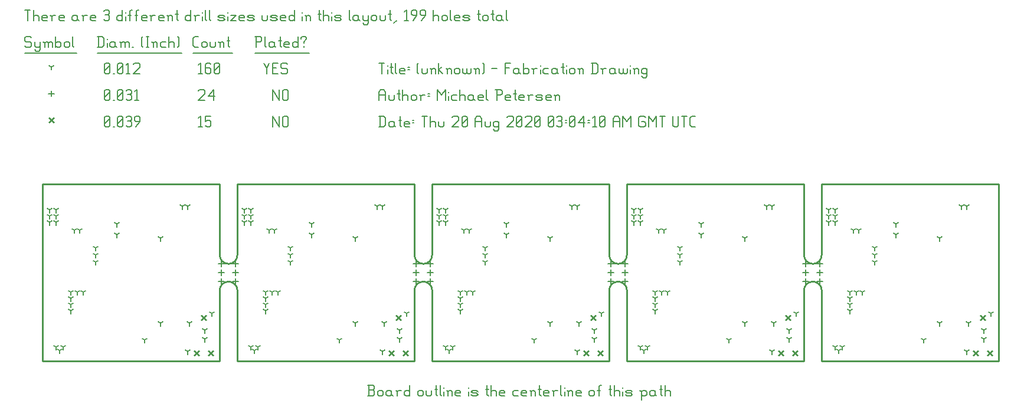
<source format=gbr>
G04 start of page 13 for group -3984 idx -3984 *
G04 Title: (unknown), fab *
G04 Creator: pcb 20140316 *
G04 CreationDate: Thu 20 Aug 2020 03:04:10 AM GMT UTC *
G04 For: railfan *
G04 Format: Gerber/RS-274X *
G04 PCB-Dimensions (mil): 5600.00 1200.00 *
G04 PCB-Coordinate-Origin: lower left *
%MOIN*%
%FSLAX25Y25*%
%LNFAB*%
%ADD72C,0.0100*%
%ADD71C,0.0075*%
%ADD70C,0.0060*%
%ADD69C,0.0001*%
G54D69*G36*
X99800Y36266D02*X102766Y33300D01*
X102200Y32734D01*
X99234Y35700D01*
X99800Y36266D01*
G37*
G36*
X99234Y33300D02*X102200Y36266D01*
X102766Y35700D01*
X99800Y32734D01*
X99234Y33300D01*
G37*
G36*
X103800Y16266D02*X106766Y13300D01*
X106200Y12734D01*
X103234Y15700D01*
X103800Y16266D01*
G37*
G36*
X103234Y13300D02*X106200Y16266D01*
X106766Y15700D01*
X103800Y12734D01*
X103234Y13300D01*
G37*
G36*
X95800Y16266D02*X98766Y13300D01*
X98200Y12734D01*
X95234Y15700D01*
X95800Y16266D01*
G37*
G36*
X95234Y13300D02*X98200Y16266D01*
X98766Y15700D01*
X95800Y12734D01*
X95234Y13300D01*
G37*
G36*
X209800Y36266D02*X212766Y33300D01*
X212200Y32734D01*
X209234Y35700D01*
X209800Y36266D01*
G37*
G36*
X209234Y33300D02*X212200Y36266D01*
X212766Y35700D01*
X209800Y32734D01*
X209234Y33300D01*
G37*
G36*
X213800Y16266D02*X216766Y13300D01*
X216200Y12734D01*
X213234Y15700D01*
X213800Y16266D01*
G37*
G36*
X213234Y13300D02*X216200Y16266D01*
X216766Y15700D01*
X213800Y12734D01*
X213234Y13300D01*
G37*
G36*
X205800Y16266D02*X208766Y13300D01*
X208200Y12734D01*
X205234Y15700D01*
X205800Y16266D01*
G37*
G36*
X205234Y13300D02*X208200Y16266D01*
X208766Y15700D01*
X205800Y12734D01*
X205234Y13300D01*
G37*
G36*
X319800Y36266D02*X322766Y33300D01*
X322200Y32734D01*
X319234Y35700D01*
X319800Y36266D01*
G37*
G36*
X319234Y33300D02*X322200Y36266D01*
X322766Y35700D01*
X319800Y32734D01*
X319234Y33300D01*
G37*
G36*
X323800Y16266D02*X326766Y13300D01*
X326200Y12734D01*
X323234Y15700D01*
X323800Y16266D01*
G37*
G36*
X323234Y13300D02*X326200Y16266D01*
X326766Y15700D01*
X323800Y12734D01*
X323234Y13300D01*
G37*
G36*
X315800Y16266D02*X318766Y13300D01*
X318200Y12734D01*
X315234Y15700D01*
X315800Y16266D01*
G37*
G36*
X315234Y13300D02*X318200Y16266D01*
X318766Y15700D01*
X315800Y12734D01*
X315234Y13300D01*
G37*
G36*
X429800Y36266D02*X432766Y33300D01*
X432200Y32734D01*
X429234Y35700D01*
X429800Y36266D01*
G37*
G36*
X429234Y33300D02*X432200Y36266D01*
X432766Y35700D01*
X429800Y32734D01*
X429234Y33300D01*
G37*
G36*
X433800Y16266D02*X436766Y13300D01*
X436200Y12734D01*
X433234Y15700D01*
X433800Y16266D01*
G37*
G36*
X433234Y13300D02*X436200Y16266D01*
X436766Y15700D01*
X433800Y12734D01*
X433234Y13300D01*
G37*
G36*
X425800Y16266D02*X428766Y13300D01*
X428200Y12734D01*
X425234Y15700D01*
X425800Y16266D01*
G37*
G36*
X425234Y13300D02*X428200Y16266D01*
X428766Y15700D01*
X425800Y12734D01*
X425234Y13300D01*
G37*
G36*
X539800Y36266D02*X542766Y33300D01*
X542200Y32734D01*
X539234Y35700D01*
X539800Y36266D01*
G37*
G36*
X539234Y33300D02*X542200Y36266D01*
X542766Y35700D01*
X539800Y32734D01*
X539234Y33300D01*
G37*
G36*
X543800Y16266D02*X546766Y13300D01*
X546200Y12734D01*
X543234Y15700D01*
X543800Y16266D01*
G37*
G36*
X543234Y13300D02*X546200Y16266D01*
X546766Y15700D01*
X543800Y12734D01*
X543234Y13300D01*
G37*
G36*
X535800Y16266D02*X538766Y13300D01*
X538200Y12734D01*
X535234Y15700D01*
X535800Y16266D01*
G37*
G36*
X535234Y13300D02*X538200Y16266D01*
X538766Y15700D01*
X535800Y12734D01*
X535234Y13300D01*
G37*
G36*
X13800Y148016D02*X16766Y145050D01*
X16200Y144484D01*
X13234Y147450D01*
X13800Y148016D01*
G37*
G36*
X13234Y145050D02*X16200Y148016D01*
X16766Y147450D01*
X13800Y144484D01*
X13234Y145050D01*
G37*
G54D70*X140000Y148500D02*Y142500D01*
Y148500D02*X143750Y142500D01*
Y148500D02*Y142500D01*
X145550Y147750D02*Y143250D01*
Y147750D02*X146300Y148500D01*
X147800D01*
X148550Y147750D01*
Y143250D01*
X147800Y142500D02*X148550Y143250D01*
X146300Y142500D02*X147800D01*
X145550Y143250D02*X146300Y142500D01*
X98000Y147300D02*X99200Y148500D01*
Y142500D01*
X98000D02*X100250D01*
X102050Y148500D02*X105050D01*
X102050D02*Y145500D01*
X102800Y146250D01*
X104300D01*
X105050Y145500D01*
Y143250D01*
X104300Y142500D02*X105050Y143250D01*
X102800Y142500D02*X104300D01*
X102050Y143250D02*X102800Y142500D01*
X45000Y143250D02*X45750Y142500D01*
X45000Y147750D02*Y143250D01*
Y147750D02*X45750Y148500D01*
X47250D01*
X48000Y147750D01*
Y143250D01*
X47250Y142500D02*X48000Y143250D01*
X45750Y142500D02*X47250D01*
X45000Y144000D02*X48000Y147000D01*
X49800Y142500D02*X50550D01*
X52350Y143250D02*X53100Y142500D01*
X52350Y147750D02*Y143250D01*
Y147750D02*X53100Y148500D01*
X54600D01*
X55350Y147750D01*
Y143250D01*
X54600Y142500D02*X55350Y143250D01*
X53100Y142500D02*X54600D01*
X52350Y144000D02*X55350Y147000D01*
X57150Y147750D02*X57900Y148500D01*
X59400D01*
X60150Y147750D01*
X59400Y142500D02*X60150Y143250D01*
X57900Y142500D02*X59400D01*
X57150Y143250D02*X57900Y142500D01*
Y145800D02*X59400D01*
X60150Y147750D02*Y146550D01*
Y145050D02*Y143250D01*
Y145050D02*X59400Y145800D01*
X60150Y146550D02*X59400Y145800D01*
X62700Y142500D02*X64950Y145500D01*
Y147750D02*Y145500D01*
X64200Y148500D02*X64950Y147750D01*
X62700Y148500D02*X64200D01*
X61950Y147750D02*X62700Y148500D01*
X61950Y147750D02*Y146250D01*
X62700Y145500D01*
X64950D01*
X119000Y66600D02*Y63400D01*
X117400Y65000D02*X120600D01*
X119000Y56600D02*Y53400D01*
X117400Y55000D02*X120600D01*
X119000Y61600D02*Y58400D01*
X117400Y60000D02*X120600D01*
X111000Y66600D02*Y63400D01*
X109400Y65000D02*X112600D01*
X111000Y61600D02*Y58400D01*
X109400Y60000D02*X112600D01*
X111000Y56600D02*Y53400D01*
X109400Y55000D02*X112600D01*
X229000Y66600D02*Y63400D01*
X227400Y65000D02*X230600D01*
X229000Y56600D02*Y53400D01*
X227400Y55000D02*X230600D01*
X229000Y61600D02*Y58400D01*
X227400Y60000D02*X230600D01*
X221000Y66600D02*Y63400D01*
X219400Y65000D02*X222600D01*
X221000Y61600D02*Y58400D01*
X219400Y60000D02*X222600D01*
X221000Y56600D02*Y53400D01*
X219400Y55000D02*X222600D01*
X339000Y66600D02*Y63400D01*
X337400Y65000D02*X340600D01*
X339000Y56600D02*Y53400D01*
X337400Y55000D02*X340600D01*
X339000Y61600D02*Y58400D01*
X337400Y60000D02*X340600D01*
X331000Y66600D02*Y63400D01*
X329400Y65000D02*X332600D01*
X331000Y61600D02*Y58400D01*
X329400Y60000D02*X332600D01*
X331000Y56600D02*Y53400D01*
X329400Y55000D02*X332600D01*
X449000Y66600D02*Y63400D01*
X447400Y65000D02*X450600D01*
X449000Y56600D02*Y53400D01*
X447400Y55000D02*X450600D01*
X449000Y61600D02*Y58400D01*
X447400Y60000D02*X450600D01*
X441000Y66600D02*Y63400D01*
X439400Y65000D02*X442600D01*
X441000Y61600D02*Y58400D01*
X439400Y60000D02*X442600D01*
X441000Y56600D02*Y53400D01*
X439400Y55000D02*X442600D01*
X15000Y162850D02*Y159650D01*
X13400Y161250D02*X16600D01*
X140000Y163500D02*Y157500D01*
Y163500D02*X143750Y157500D01*
Y163500D02*Y157500D01*
X145550Y162750D02*Y158250D01*
Y162750D02*X146300Y163500D01*
X147800D01*
X148550Y162750D01*
Y158250D01*
X147800Y157500D02*X148550Y158250D01*
X146300Y157500D02*X147800D01*
X145550Y158250D02*X146300Y157500D01*
X98000Y162750D02*X98750Y163500D01*
X101000D01*
X101750Y162750D01*
Y161250D01*
X98000Y157500D02*X101750Y161250D01*
X98000Y157500D02*X101750D01*
X103550Y159750D02*X106550Y163500D01*
X103550Y159750D02*X107300D01*
X106550Y163500D02*Y157500D01*
X45000Y158250D02*X45750Y157500D01*
X45000Y162750D02*Y158250D01*
Y162750D02*X45750Y163500D01*
X47250D01*
X48000Y162750D01*
Y158250D01*
X47250Y157500D02*X48000Y158250D01*
X45750Y157500D02*X47250D01*
X45000Y159000D02*X48000Y162000D01*
X49800Y157500D02*X50550D01*
X52350Y158250D02*X53100Y157500D01*
X52350Y162750D02*Y158250D01*
Y162750D02*X53100Y163500D01*
X54600D01*
X55350Y162750D01*
Y158250D01*
X54600Y157500D02*X55350Y158250D01*
X53100Y157500D02*X54600D01*
X52350Y159000D02*X55350Y162000D01*
X57150Y162750D02*X57900Y163500D01*
X59400D01*
X60150Y162750D01*
X59400Y157500D02*X60150Y158250D01*
X57900Y157500D02*X59400D01*
X57150Y158250D02*X57900Y157500D01*
Y160800D02*X59400D01*
X60150Y162750D02*Y161550D01*
Y160050D02*Y158250D01*
Y160050D02*X59400Y160800D01*
X60150Y161550D02*X59400Y160800D01*
X61950Y162300D02*X63150Y163500D01*
Y157500D01*
X61950D02*X64200D01*
X40000Y74000D02*Y72400D01*
Y74000D02*X41387Y74800D01*
X40000Y74000D02*X38613Y74800D01*
X40000Y70000D02*Y68400D01*
Y70000D02*X41387Y70800D01*
X40000Y70000D02*X38613Y70800D01*
X40000Y66000D02*Y64400D01*
Y66000D02*X41387Y66800D01*
X40000Y66000D02*X38613Y66800D01*
X33000Y49000D02*Y47400D01*
Y49000D02*X34387Y49800D01*
X33000Y49000D02*X31613Y49800D01*
X29500Y49000D02*Y47400D01*
Y49000D02*X30887Y49800D01*
X29500Y49000D02*X28113Y49800D01*
X26000Y49000D02*Y47400D01*
Y49000D02*X27387Y49800D01*
X26000Y49000D02*X24613Y49800D01*
X26000Y45500D02*Y43900D01*
Y45500D02*X27387Y46300D01*
X26000Y45500D02*X24613Y46300D01*
X26000Y42000D02*Y40400D01*
Y42000D02*X27387Y42800D01*
X26000Y42000D02*X24613Y42800D01*
X26000Y38500D02*Y36900D01*
Y38500D02*X27387Y39300D01*
X26000Y38500D02*X24613Y39300D01*
X52000Y81500D02*Y79900D01*
Y81500D02*X53387Y82300D01*
X52000Y81500D02*X50613Y82300D01*
X52000Y87500D02*Y85900D01*
Y87500D02*X53387Y88300D01*
X52000Y87500D02*X50613Y88300D01*
X21500Y18000D02*Y16400D01*
Y18000D02*X22887Y18800D01*
X21500Y18000D02*X20113Y18800D01*
X17500Y18000D02*Y16400D01*
Y18000D02*X18887Y18800D01*
X17500Y18000D02*X16113Y18800D01*
X19500Y16000D02*Y14400D01*
Y16000D02*X20887Y16800D01*
X19500Y16000D02*X18113Y16800D01*
X67500Y22000D02*Y20400D01*
Y22000D02*X68887Y22800D01*
X67500Y22000D02*X66113Y22800D01*
X105500Y37000D02*Y35400D01*
Y37000D02*X106887Y37800D01*
X105500Y37000D02*X104113Y37800D01*
X101500Y27500D02*Y25900D01*
Y27500D02*X102887Y28300D01*
X101500Y27500D02*X100113Y28300D01*
X93000Y31500D02*Y29900D01*
Y31500D02*X94387Y32300D01*
X93000Y31500D02*X91613Y32300D01*
X101500Y22500D02*Y20900D01*
Y22500D02*X102887Y23300D01*
X101500Y22500D02*X100113Y23300D01*
X92000Y15500D02*Y13900D01*
Y15500D02*X93387Y16300D01*
X92000Y15500D02*X90613Y16300D01*
X76500Y31500D02*Y29900D01*
Y31500D02*X77887Y32300D01*
X76500Y31500D02*X75113Y32300D01*
X28000Y84000D02*Y82400D01*
Y84000D02*X29387Y84800D01*
X28000Y84000D02*X26613Y84800D01*
X31000Y84000D02*Y82400D01*
Y84000D02*X32387Y84800D01*
X31000Y84000D02*X29613Y84800D01*
X14000Y95500D02*Y93900D01*
Y95500D02*X15387Y96300D01*
X14000Y95500D02*X12613Y96300D01*
X14000Y92000D02*Y90400D01*
Y92000D02*X15387Y92800D01*
X14000Y92000D02*X12613Y92800D01*
X14000Y88500D02*Y86900D01*
Y88500D02*X15387Y89300D01*
X14000Y88500D02*X12613Y89300D01*
X92000Y97500D02*Y95900D01*
Y97500D02*X93387Y98300D01*
X92000Y97500D02*X90613Y98300D01*
X89000Y97500D02*Y95900D01*
Y97500D02*X90387Y98300D01*
X89000Y97500D02*X87613Y98300D01*
X76500Y79500D02*Y77900D01*
Y79500D02*X77887Y80300D01*
X76500Y79500D02*X75113Y80300D01*
X17500Y95500D02*Y93900D01*
Y95500D02*X18887Y96300D01*
X17500Y95500D02*X16113Y96300D01*
X17500Y92000D02*Y90400D01*
Y92000D02*X18887Y92800D01*
X17500Y92000D02*X16113Y92800D01*
X17500Y88500D02*Y86900D01*
Y88500D02*X18887Y89300D01*
X17500Y88500D02*X16113Y89300D01*
X150000Y74000D02*Y72400D01*
Y74000D02*X151387Y74800D01*
X150000Y74000D02*X148613Y74800D01*
X150000Y70000D02*Y68400D01*
Y70000D02*X151387Y70800D01*
X150000Y70000D02*X148613Y70800D01*
X150000Y66000D02*Y64400D01*
Y66000D02*X151387Y66800D01*
X150000Y66000D02*X148613Y66800D01*
X143000Y49000D02*Y47400D01*
Y49000D02*X144387Y49800D01*
X143000Y49000D02*X141613Y49800D01*
X139500Y49000D02*Y47400D01*
Y49000D02*X140887Y49800D01*
X139500Y49000D02*X138113Y49800D01*
X136000Y49000D02*Y47400D01*
Y49000D02*X137387Y49800D01*
X136000Y49000D02*X134613Y49800D01*
X136000Y45500D02*Y43900D01*
Y45500D02*X137387Y46300D01*
X136000Y45500D02*X134613Y46300D01*
X136000Y42000D02*Y40400D01*
Y42000D02*X137387Y42800D01*
X136000Y42000D02*X134613Y42800D01*
X136000Y38500D02*Y36900D01*
Y38500D02*X137387Y39300D01*
X136000Y38500D02*X134613Y39300D01*
X162000Y81500D02*Y79900D01*
Y81500D02*X163387Y82300D01*
X162000Y81500D02*X160613Y82300D01*
X162000Y87500D02*Y85900D01*
Y87500D02*X163387Y88300D01*
X162000Y87500D02*X160613Y88300D01*
X131500Y18000D02*Y16400D01*
Y18000D02*X132887Y18800D01*
X131500Y18000D02*X130113Y18800D01*
X127500Y18000D02*Y16400D01*
Y18000D02*X128887Y18800D01*
X127500Y18000D02*X126113Y18800D01*
X129500Y16000D02*Y14400D01*
Y16000D02*X130887Y16800D01*
X129500Y16000D02*X128113Y16800D01*
X177500Y22000D02*Y20400D01*
Y22000D02*X178887Y22800D01*
X177500Y22000D02*X176113Y22800D01*
X215500Y37000D02*Y35400D01*
Y37000D02*X216887Y37800D01*
X215500Y37000D02*X214113Y37800D01*
X211500Y27500D02*Y25900D01*
Y27500D02*X212887Y28300D01*
X211500Y27500D02*X210113Y28300D01*
X203000Y31500D02*Y29900D01*
Y31500D02*X204387Y32300D01*
X203000Y31500D02*X201613Y32300D01*
X211500Y22500D02*Y20900D01*
Y22500D02*X212887Y23300D01*
X211500Y22500D02*X210113Y23300D01*
X202000Y15500D02*Y13900D01*
Y15500D02*X203387Y16300D01*
X202000Y15500D02*X200613Y16300D01*
X186500Y31500D02*Y29900D01*
Y31500D02*X187887Y32300D01*
X186500Y31500D02*X185113Y32300D01*
X138000Y84000D02*Y82400D01*
Y84000D02*X139387Y84800D01*
X138000Y84000D02*X136613Y84800D01*
X141000Y84000D02*Y82400D01*
Y84000D02*X142387Y84800D01*
X141000Y84000D02*X139613Y84800D01*
X124000Y95500D02*Y93900D01*
Y95500D02*X125387Y96300D01*
X124000Y95500D02*X122613Y96300D01*
X124000Y92000D02*Y90400D01*
Y92000D02*X125387Y92800D01*
X124000Y92000D02*X122613Y92800D01*
X124000Y88500D02*Y86900D01*
Y88500D02*X125387Y89300D01*
X124000Y88500D02*X122613Y89300D01*
X202000Y97500D02*Y95900D01*
Y97500D02*X203387Y98300D01*
X202000Y97500D02*X200613Y98300D01*
X199000Y97500D02*Y95900D01*
Y97500D02*X200387Y98300D01*
X199000Y97500D02*X197613Y98300D01*
X186500Y79500D02*Y77900D01*
Y79500D02*X187887Y80300D01*
X186500Y79500D02*X185113Y80300D01*
X127500Y95500D02*Y93900D01*
Y95500D02*X128887Y96300D01*
X127500Y95500D02*X126113Y96300D01*
X127500Y92000D02*Y90400D01*
Y92000D02*X128887Y92800D01*
X127500Y92000D02*X126113Y92800D01*
X127500Y88500D02*Y86900D01*
Y88500D02*X128887Y89300D01*
X127500Y88500D02*X126113Y89300D01*
X260000Y74000D02*Y72400D01*
Y74000D02*X261387Y74800D01*
X260000Y74000D02*X258613Y74800D01*
X260000Y70000D02*Y68400D01*
Y70000D02*X261387Y70800D01*
X260000Y70000D02*X258613Y70800D01*
X260000Y66000D02*Y64400D01*
Y66000D02*X261387Y66800D01*
X260000Y66000D02*X258613Y66800D01*
X253000Y49000D02*Y47400D01*
Y49000D02*X254387Y49800D01*
X253000Y49000D02*X251613Y49800D01*
X249500Y49000D02*Y47400D01*
Y49000D02*X250887Y49800D01*
X249500Y49000D02*X248113Y49800D01*
X246000Y49000D02*Y47400D01*
Y49000D02*X247387Y49800D01*
X246000Y49000D02*X244613Y49800D01*
X246000Y45500D02*Y43900D01*
Y45500D02*X247387Y46300D01*
X246000Y45500D02*X244613Y46300D01*
X246000Y42000D02*Y40400D01*
Y42000D02*X247387Y42800D01*
X246000Y42000D02*X244613Y42800D01*
X246000Y38500D02*Y36900D01*
Y38500D02*X247387Y39300D01*
X246000Y38500D02*X244613Y39300D01*
X272000Y81500D02*Y79900D01*
Y81500D02*X273387Y82300D01*
X272000Y81500D02*X270613Y82300D01*
X272000Y87500D02*Y85900D01*
Y87500D02*X273387Y88300D01*
X272000Y87500D02*X270613Y88300D01*
X241500Y18000D02*Y16400D01*
Y18000D02*X242887Y18800D01*
X241500Y18000D02*X240113Y18800D01*
X237500Y18000D02*Y16400D01*
Y18000D02*X238887Y18800D01*
X237500Y18000D02*X236113Y18800D01*
X239500Y16000D02*Y14400D01*
Y16000D02*X240887Y16800D01*
X239500Y16000D02*X238113Y16800D01*
X287500Y22000D02*Y20400D01*
Y22000D02*X288887Y22800D01*
X287500Y22000D02*X286113Y22800D01*
X325500Y37000D02*Y35400D01*
Y37000D02*X326887Y37800D01*
X325500Y37000D02*X324113Y37800D01*
X321500Y27500D02*Y25900D01*
Y27500D02*X322887Y28300D01*
X321500Y27500D02*X320113Y28300D01*
X313000Y31500D02*Y29900D01*
Y31500D02*X314387Y32300D01*
X313000Y31500D02*X311613Y32300D01*
X321500Y22500D02*Y20900D01*
Y22500D02*X322887Y23300D01*
X321500Y22500D02*X320113Y23300D01*
X312000Y15500D02*Y13900D01*
Y15500D02*X313387Y16300D01*
X312000Y15500D02*X310613Y16300D01*
X296500Y31500D02*Y29900D01*
Y31500D02*X297887Y32300D01*
X296500Y31500D02*X295113Y32300D01*
X248000Y84000D02*Y82400D01*
Y84000D02*X249387Y84800D01*
X248000Y84000D02*X246613Y84800D01*
X251000Y84000D02*Y82400D01*
Y84000D02*X252387Y84800D01*
X251000Y84000D02*X249613Y84800D01*
X234000Y95500D02*Y93900D01*
Y95500D02*X235387Y96300D01*
X234000Y95500D02*X232613Y96300D01*
X234000Y92000D02*Y90400D01*
Y92000D02*X235387Y92800D01*
X234000Y92000D02*X232613Y92800D01*
X234000Y88500D02*Y86900D01*
Y88500D02*X235387Y89300D01*
X234000Y88500D02*X232613Y89300D01*
X312000Y97500D02*Y95900D01*
Y97500D02*X313387Y98300D01*
X312000Y97500D02*X310613Y98300D01*
X309000Y97500D02*Y95900D01*
Y97500D02*X310387Y98300D01*
X309000Y97500D02*X307613Y98300D01*
X296500Y79500D02*Y77900D01*
Y79500D02*X297887Y80300D01*
X296500Y79500D02*X295113Y80300D01*
X237500Y95500D02*Y93900D01*
Y95500D02*X238887Y96300D01*
X237500Y95500D02*X236113Y96300D01*
X237500Y92000D02*Y90400D01*
Y92000D02*X238887Y92800D01*
X237500Y92000D02*X236113Y92800D01*
X237500Y88500D02*Y86900D01*
Y88500D02*X238887Y89300D01*
X237500Y88500D02*X236113Y89300D01*
X370000Y74000D02*Y72400D01*
Y74000D02*X371387Y74800D01*
X370000Y74000D02*X368613Y74800D01*
X370000Y70000D02*Y68400D01*
Y70000D02*X371387Y70800D01*
X370000Y70000D02*X368613Y70800D01*
X370000Y66000D02*Y64400D01*
Y66000D02*X371387Y66800D01*
X370000Y66000D02*X368613Y66800D01*
X363000Y49000D02*Y47400D01*
Y49000D02*X364387Y49800D01*
X363000Y49000D02*X361613Y49800D01*
X359500Y49000D02*Y47400D01*
Y49000D02*X360887Y49800D01*
X359500Y49000D02*X358113Y49800D01*
X356000Y49000D02*Y47400D01*
Y49000D02*X357387Y49800D01*
X356000Y49000D02*X354613Y49800D01*
X356000Y45500D02*Y43900D01*
Y45500D02*X357387Y46300D01*
X356000Y45500D02*X354613Y46300D01*
X356000Y42000D02*Y40400D01*
Y42000D02*X357387Y42800D01*
X356000Y42000D02*X354613Y42800D01*
X356000Y38500D02*Y36900D01*
Y38500D02*X357387Y39300D01*
X356000Y38500D02*X354613Y39300D01*
X382000Y81500D02*Y79900D01*
Y81500D02*X383387Y82300D01*
X382000Y81500D02*X380613Y82300D01*
X382000Y87500D02*Y85900D01*
Y87500D02*X383387Y88300D01*
X382000Y87500D02*X380613Y88300D01*
X351500Y18000D02*Y16400D01*
Y18000D02*X352887Y18800D01*
X351500Y18000D02*X350113Y18800D01*
X347500Y18000D02*Y16400D01*
Y18000D02*X348887Y18800D01*
X347500Y18000D02*X346113Y18800D01*
X349500Y16000D02*Y14400D01*
Y16000D02*X350887Y16800D01*
X349500Y16000D02*X348113Y16800D01*
X397500Y22000D02*Y20400D01*
Y22000D02*X398887Y22800D01*
X397500Y22000D02*X396113Y22800D01*
X435500Y37000D02*Y35400D01*
Y37000D02*X436887Y37800D01*
X435500Y37000D02*X434113Y37800D01*
X431500Y27500D02*Y25900D01*
Y27500D02*X432887Y28300D01*
X431500Y27500D02*X430113Y28300D01*
X423000Y31500D02*Y29900D01*
Y31500D02*X424387Y32300D01*
X423000Y31500D02*X421613Y32300D01*
X431500Y22500D02*Y20900D01*
Y22500D02*X432887Y23300D01*
X431500Y22500D02*X430113Y23300D01*
X422000Y15500D02*Y13900D01*
Y15500D02*X423387Y16300D01*
X422000Y15500D02*X420613Y16300D01*
X406500Y31500D02*Y29900D01*
Y31500D02*X407887Y32300D01*
X406500Y31500D02*X405113Y32300D01*
X358000Y84000D02*Y82400D01*
Y84000D02*X359387Y84800D01*
X358000Y84000D02*X356613Y84800D01*
X361000Y84000D02*Y82400D01*
Y84000D02*X362387Y84800D01*
X361000Y84000D02*X359613Y84800D01*
X344000Y95500D02*Y93900D01*
Y95500D02*X345387Y96300D01*
X344000Y95500D02*X342613Y96300D01*
X344000Y92000D02*Y90400D01*
Y92000D02*X345387Y92800D01*
X344000Y92000D02*X342613Y92800D01*
X344000Y88500D02*Y86900D01*
Y88500D02*X345387Y89300D01*
X344000Y88500D02*X342613Y89300D01*
X422000Y97500D02*Y95900D01*
Y97500D02*X423387Y98300D01*
X422000Y97500D02*X420613Y98300D01*
X419000Y97500D02*Y95900D01*
Y97500D02*X420387Y98300D01*
X419000Y97500D02*X417613Y98300D01*
X406500Y79500D02*Y77900D01*
Y79500D02*X407887Y80300D01*
X406500Y79500D02*X405113Y80300D01*
X347500Y95500D02*Y93900D01*
Y95500D02*X348887Y96300D01*
X347500Y95500D02*X346113Y96300D01*
X347500Y92000D02*Y90400D01*
Y92000D02*X348887Y92800D01*
X347500Y92000D02*X346113Y92800D01*
X347500Y88500D02*Y86900D01*
Y88500D02*X348887Y89300D01*
X347500Y88500D02*X346113Y89300D01*
X480000Y74000D02*Y72400D01*
Y74000D02*X481387Y74800D01*
X480000Y74000D02*X478613Y74800D01*
X480000Y70000D02*Y68400D01*
Y70000D02*X481387Y70800D01*
X480000Y70000D02*X478613Y70800D01*
X480000Y66000D02*Y64400D01*
Y66000D02*X481387Y66800D01*
X480000Y66000D02*X478613Y66800D01*
X473000Y49000D02*Y47400D01*
Y49000D02*X474387Y49800D01*
X473000Y49000D02*X471613Y49800D01*
X469500Y49000D02*Y47400D01*
Y49000D02*X470887Y49800D01*
X469500Y49000D02*X468113Y49800D01*
X466000Y49000D02*Y47400D01*
Y49000D02*X467387Y49800D01*
X466000Y49000D02*X464613Y49800D01*
X466000Y45500D02*Y43900D01*
Y45500D02*X467387Y46300D01*
X466000Y45500D02*X464613Y46300D01*
X466000Y42000D02*Y40400D01*
Y42000D02*X467387Y42800D01*
X466000Y42000D02*X464613Y42800D01*
X466000Y38500D02*Y36900D01*
Y38500D02*X467387Y39300D01*
X466000Y38500D02*X464613Y39300D01*
X492000Y81500D02*Y79900D01*
Y81500D02*X493387Y82300D01*
X492000Y81500D02*X490613Y82300D01*
X492000Y87500D02*Y85900D01*
Y87500D02*X493387Y88300D01*
X492000Y87500D02*X490613Y88300D01*
X461500Y18000D02*Y16400D01*
Y18000D02*X462887Y18800D01*
X461500Y18000D02*X460113Y18800D01*
X457500Y18000D02*Y16400D01*
Y18000D02*X458887Y18800D01*
X457500Y18000D02*X456113Y18800D01*
X459500Y16000D02*Y14400D01*
Y16000D02*X460887Y16800D01*
X459500Y16000D02*X458113Y16800D01*
X507500Y22000D02*Y20400D01*
Y22000D02*X508887Y22800D01*
X507500Y22000D02*X506113Y22800D01*
X545500Y37000D02*Y35400D01*
Y37000D02*X546887Y37800D01*
X545500Y37000D02*X544113Y37800D01*
X541500Y27500D02*Y25900D01*
Y27500D02*X542887Y28300D01*
X541500Y27500D02*X540113Y28300D01*
X533000Y31500D02*Y29900D01*
Y31500D02*X534387Y32300D01*
X533000Y31500D02*X531613Y32300D01*
X541500Y22500D02*Y20900D01*
Y22500D02*X542887Y23300D01*
X541500Y22500D02*X540113Y23300D01*
X532000Y15500D02*Y13900D01*
Y15500D02*X533387Y16300D01*
X532000Y15500D02*X530613Y16300D01*
X516500Y31500D02*Y29900D01*
Y31500D02*X517887Y32300D01*
X516500Y31500D02*X515113Y32300D01*
X468000Y84000D02*Y82400D01*
Y84000D02*X469387Y84800D01*
X468000Y84000D02*X466613Y84800D01*
X471000Y84000D02*Y82400D01*
Y84000D02*X472387Y84800D01*
X471000Y84000D02*X469613Y84800D01*
X454000Y95500D02*Y93900D01*
Y95500D02*X455387Y96300D01*
X454000Y95500D02*X452613Y96300D01*
X454000Y92000D02*Y90400D01*
Y92000D02*X455387Y92800D01*
X454000Y92000D02*X452613Y92800D01*
X454000Y88500D02*Y86900D01*
Y88500D02*X455387Y89300D01*
X454000Y88500D02*X452613Y89300D01*
X532000Y97500D02*Y95900D01*
Y97500D02*X533387Y98300D01*
X532000Y97500D02*X530613Y98300D01*
X529000Y97500D02*Y95900D01*
Y97500D02*X530387Y98300D01*
X529000Y97500D02*X527613Y98300D01*
X516500Y79500D02*Y77900D01*
Y79500D02*X517887Y80300D01*
X516500Y79500D02*X515113Y80300D01*
X457500Y95500D02*Y93900D01*
Y95500D02*X458887Y96300D01*
X457500Y95500D02*X456113Y96300D01*
X457500Y92000D02*Y90400D01*
Y92000D02*X458887Y92800D01*
X457500Y92000D02*X456113Y92800D01*
X457500Y88500D02*Y86900D01*
Y88500D02*X458887Y89300D01*
X457500Y88500D02*X456113Y89300D01*
X15000Y176250D02*Y174650D01*
Y176250D02*X16387Y177050D01*
X15000Y176250D02*X13613Y177050D01*
X135000Y178500D02*X136500Y175500D01*
X138000Y178500D01*
X136500Y175500D02*Y172500D01*
X139800Y175800D02*X142050D01*
X139800Y172500D02*X142800D01*
X139800Y178500D02*Y172500D01*
Y178500D02*X142800D01*
X147600D02*X148350Y177750D01*
X145350Y178500D02*X147600D01*
X144600Y177750D02*X145350Y178500D01*
X144600Y177750D02*Y176250D01*
X145350Y175500D01*
X147600D01*
X148350Y174750D01*
Y173250D01*
X147600Y172500D02*X148350Y173250D01*
X145350Y172500D02*X147600D01*
X144600Y173250D02*X145350Y172500D01*
X98000Y177300D02*X99200Y178500D01*
Y172500D01*
X98000D02*X100250D01*
X104300Y178500D02*X105050Y177750D01*
X102800Y178500D02*X104300D01*
X102050Y177750D02*X102800Y178500D01*
X102050Y177750D02*Y173250D01*
X102800Y172500D01*
X104300Y175800D02*X105050Y175050D01*
X102050Y175800D02*X104300D01*
X102800Y172500D02*X104300D01*
X105050Y173250D01*
Y175050D02*Y173250D01*
X106850D02*X107600Y172500D01*
X106850Y177750D02*Y173250D01*
Y177750D02*X107600Y178500D01*
X109100D01*
X109850Y177750D01*
Y173250D01*
X109100Y172500D02*X109850Y173250D01*
X107600Y172500D02*X109100D01*
X106850Y174000D02*X109850Y177000D01*
X45000Y173250D02*X45750Y172500D01*
X45000Y177750D02*Y173250D01*
Y177750D02*X45750Y178500D01*
X47250D01*
X48000Y177750D01*
Y173250D01*
X47250Y172500D02*X48000Y173250D01*
X45750Y172500D02*X47250D01*
X45000Y174000D02*X48000Y177000D01*
X49800Y172500D02*X50550D01*
X52350Y173250D02*X53100Y172500D01*
X52350Y177750D02*Y173250D01*
Y177750D02*X53100Y178500D01*
X54600D01*
X55350Y177750D01*
Y173250D01*
X54600Y172500D02*X55350Y173250D01*
X53100Y172500D02*X54600D01*
X52350Y174000D02*X55350Y177000D01*
X57150Y177300D02*X58350Y178500D01*
Y172500D01*
X57150D02*X59400D01*
X61200Y177750D02*X61950Y178500D01*
X64200D01*
X64950Y177750D01*
Y176250D01*
X61200Y172500D02*X64950Y176250D01*
X61200Y172500D02*X64950D01*
X3000Y193500D02*X3750Y192750D01*
X750Y193500D02*X3000D01*
X0Y192750D02*X750Y193500D01*
X0Y192750D02*Y191250D01*
X750Y190500D01*
X3000D01*
X3750Y189750D01*
Y188250D01*
X3000Y187500D02*X3750Y188250D01*
X750Y187500D02*X3000D01*
X0Y188250D02*X750Y187500D01*
X5550Y190500D02*Y188250D01*
X6300Y187500D01*
X8550Y190500D02*Y186000D01*
X7800Y185250D02*X8550Y186000D01*
X6300Y185250D02*X7800D01*
X5550Y186000D02*X6300Y185250D01*
Y187500D02*X7800D01*
X8550Y188250D01*
X11100Y189750D02*Y187500D01*
Y189750D02*X11850Y190500D01*
X12600D01*
X13350Y189750D01*
Y187500D01*
Y189750D02*X14100Y190500D01*
X14850D01*
X15600Y189750D01*
Y187500D01*
X10350Y190500D02*X11100Y189750D01*
X17400Y193500D02*Y187500D01*
Y188250D02*X18150Y187500D01*
X19650D01*
X20400Y188250D01*
Y189750D02*Y188250D01*
X19650Y190500D02*X20400Y189750D01*
X18150Y190500D02*X19650D01*
X17400Y189750D02*X18150Y190500D01*
X22200Y189750D02*Y188250D01*
Y189750D02*X22950Y190500D01*
X24450D01*
X25200Y189750D01*
Y188250D01*
X24450Y187500D02*X25200Y188250D01*
X22950Y187500D02*X24450D01*
X22200Y188250D02*X22950Y187500D01*
X27000Y193500D02*Y188250D01*
X27750Y187500D01*
X0Y184250D02*X29250D01*
X41750Y193500D02*Y187500D01*
X43700Y193500D02*X44750Y192450D01*
Y188550D01*
X43700Y187500D02*X44750Y188550D01*
X41000Y187500D02*X43700D01*
X41000Y193500D02*X43700D01*
G54D71*X46550Y192000D02*Y191850D01*
G54D70*Y189750D02*Y187500D01*
X50300Y190500D02*X51050Y189750D01*
X48800Y190500D02*X50300D01*
X48050Y189750D02*X48800Y190500D01*
X48050Y189750D02*Y188250D01*
X48800Y187500D01*
X51050Y190500D02*Y188250D01*
X51800Y187500D01*
X48800D02*X50300D01*
X51050Y188250D01*
X54350Y189750D02*Y187500D01*
Y189750D02*X55100Y190500D01*
X55850D01*
X56600Y189750D01*
Y187500D01*
Y189750D02*X57350Y190500D01*
X58100D01*
X58850Y189750D01*
Y187500D01*
X53600Y190500D02*X54350Y189750D01*
X60650Y187500D02*X61400D01*
X65900Y188250D02*X66650Y187500D01*
X65900Y192750D02*X66650Y193500D01*
X65900Y192750D02*Y188250D01*
X68450Y193500D02*X69950D01*
X69200D02*Y187500D01*
X68450D02*X69950D01*
X72500Y189750D02*Y187500D01*
Y189750D02*X73250Y190500D01*
X74000D01*
X74750Y189750D01*
Y187500D01*
X71750Y190500D02*X72500Y189750D01*
X77300Y190500D02*X79550D01*
X76550Y189750D02*X77300Y190500D01*
X76550Y189750D02*Y188250D01*
X77300Y187500D01*
X79550D01*
X81350Y193500D02*Y187500D01*
Y189750D02*X82100Y190500D01*
X83600D01*
X84350Y189750D01*
Y187500D01*
X86150Y193500D02*X86900Y192750D01*
Y188250D01*
X86150Y187500D02*X86900Y188250D01*
X41000Y184250D02*X88700D01*
X96050Y187500D02*X98000D01*
X95000Y188550D02*X96050Y187500D01*
X95000Y192450D02*Y188550D01*
Y192450D02*X96050Y193500D01*
X98000D01*
X99800Y189750D02*Y188250D01*
Y189750D02*X100550Y190500D01*
X102050D01*
X102800Y189750D01*
Y188250D01*
X102050Y187500D02*X102800Y188250D01*
X100550Y187500D02*X102050D01*
X99800Y188250D02*X100550Y187500D01*
X104600Y190500D02*Y188250D01*
X105350Y187500D01*
X106850D01*
X107600Y188250D01*
Y190500D02*Y188250D01*
X110150Y189750D02*Y187500D01*
Y189750D02*X110900Y190500D01*
X111650D01*
X112400Y189750D01*
Y187500D01*
X109400Y190500D02*X110150Y189750D01*
X114950Y193500D02*Y188250D01*
X115700Y187500D01*
X114200Y191250D02*X115700D01*
X95000Y184250D02*X117200D01*
X130750Y193500D02*Y187500D01*
X130000Y193500D02*X133000D01*
X133750Y192750D01*
Y191250D01*
X133000Y190500D02*X133750Y191250D01*
X130750Y190500D02*X133000D01*
X135550Y193500D02*Y188250D01*
X136300Y187500D01*
X140050Y190500D02*X140800Y189750D01*
X138550Y190500D02*X140050D01*
X137800Y189750D02*X138550Y190500D01*
X137800Y189750D02*Y188250D01*
X138550Y187500D01*
X140800Y190500D02*Y188250D01*
X141550Y187500D01*
X138550D02*X140050D01*
X140800Y188250D01*
X144100Y193500D02*Y188250D01*
X144850Y187500D01*
X143350Y191250D02*X144850D01*
X147100Y187500D02*X149350D01*
X146350Y188250D02*X147100Y187500D01*
X146350Y189750D02*Y188250D01*
Y189750D02*X147100Y190500D01*
X148600D01*
X149350Y189750D01*
X146350Y189000D02*X149350D01*
Y189750D02*Y189000D01*
X154150Y193500D02*Y187500D01*
X153400D02*X154150Y188250D01*
X151900Y187500D02*X153400D01*
X151150Y188250D02*X151900Y187500D01*
X151150Y189750D02*Y188250D01*
Y189750D02*X151900Y190500D01*
X153400D01*
X154150Y189750D01*
X157450Y190500D02*Y189750D01*
Y188250D02*Y187500D01*
X155950Y192750D02*Y192000D01*
Y192750D02*X156700Y193500D01*
X158200D01*
X158950Y192750D01*
Y192000D01*
X157450Y190500D02*X158950Y192000D01*
X130000Y184250D02*X160750D01*
X0Y208500D02*X3000D01*
X1500D02*Y202500D01*
X4800Y208500D02*Y202500D01*
Y204750D02*X5550Y205500D01*
X7050D01*
X7800Y204750D01*
Y202500D01*
X10350D02*X12600D01*
X9600Y203250D02*X10350Y202500D01*
X9600Y204750D02*Y203250D01*
Y204750D02*X10350Y205500D01*
X11850D01*
X12600Y204750D01*
X9600Y204000D02*X12600D01*
Y204750D02*Y204000D01*
X15150Y204750D02*Y202500D01*
Y204750D02*X15900Y205500D01*
X17400D01*
X14400D02*X15150Y204750D01*
X19950Y202500D02*X22200D01*
X19200Y203250D02*X19950Y202500D01*
X19200Y204750D02*Y203250D01*
Y204750D02*X19950Y205500D01*
X21450D01*
X22200Y204750D01*
X19200Y204000D02*X22200D01*
Y204750D02*Y204000D01*
X28950Y205500D02*X29700Y204750D01*
X27450Y205500D02*X28950D01*
X26700Y204750D02*X27450Y205500D01*
X26700Y204750D02*Y203250D01*
X27450Y202500D01*
X29700Y205500D02*Y203250D01*
X30450Y202500D01*
X27450D02*X28950D01*
X29700Y203250D01*
X33000Y204750D02*Y202500D01*
Y204750D02*X33750Y205500D01*
X35250D01*
X32250D02*X33000Y204750D01*
X37800Y202500D02*X40050D01*
X37050Y203250D02*X37800Y202500D01*
X37050Y204750D02*Y203250D01*
Y204750D02*X37800Y205500D01*
X39300D01*
X40050Y204750D01*
X37050Y204000D02*X40050D01*
Y204750D02*Y204000D01*
X44550Y207750D02*X45300Y208500D01*
X46800D01*
X47550Y207750D01*
X46800Y202500D02*X47550Y203250D01*
X45300Y202500D02*X46800D01*
X44550Y203250D02*X45300Y202500D01*
Y205800D02*X46800D01*
X47550Y207750D02*Y206550D01*
Y205050D02*Y203250D01*
Y205050D02*X46800Y205800D01*
X47550Y206550D02*X46800Y205800D01*
X55050Y208500D02*Y202500D01*
X54300D02*X55050Y203250D01*
X52800Y202500D02*X54300D01*
X52050Y203250D02*X52800Y202500D01*
X52050Y204750D02*Y203250D01*
Y204750D02*X52800Y205500D01*
X54300D01*
X55050Y204750D01*
G54D71*X56850Y207000D02*Y206850D01*
G54D70*Y204750D02*Y202500D01*
X59100Y207750D02*Y202500D01*
Y207750D02*X59850Y208500D01*
X60600D01*
X58350Y205500D02*X59850D01*
X62850Y207750D02*Y202500D01*
Y207750D02*X63600Y208500D01*
X64350D01*
X62100Y205500D02*X63600D01*
X66600Y202500D02*X68850D01*
X65850Y203250D02*X66600Y202500D01*
X65850Y204750D02*Y203250D01*
Y204750D02*X66600Y205500D01*
X68100D01*
X68850Y204750D01*
X65850Y204000D02*X68850D01*
Y204750D02*Y204000D01*
X71400Y204750D02*Y202500D01*
Y204750D02*X72150Y205500D01*
X73650D01*
X70650D02*X71400Y204750D01*
X76200Y202500D02*X78450D01*
X75450Y203250D02*X76200Y202500D01*
X75450Y204750D02*Y203250D01*
Y204750D02*X76200Y205500D01*
X77700D01*
X78450Y204750D01*
X75450Y204000D02*X78450D01*
Y204750D02*Y204000D01*
X81000Y204750D02*Y202500D01*
Y204750D02*X81750Y205500D01*
X82500D01*
X83250Y204750D01*
Y202500D01*
X80250Y205500D02*X81000Y204750D01*
X85800Y208500D02*Y203250D01*
X86550Y202500D01*
X85050Y206250D02*X86550D01*
X93750Y208500D02*Y202500D01*
X93000D02*X93750Y203250D01*
X91500Y202500D02*X93000D01*
X90750Y203250D02*X91500Y202500D01*
X90750Y204750D02*Y203250D01*
Y204750D02*X91500Y205500D01*
X93000D01*
X93750Y204750D01*
X96300D02*Y202500D01*
Y204750D02*X97050Y205500D01*
X98550D01*
X95550D02*X96300Y204750D01*
G54D71*X100350Y207000D02*Y206850D01*
G54D70*Y204750D02*Y202500D01*
X101850Y208500D02*Y203250D01*
X102600Y202500D01*
X104100Y208500D02*Y203250D01*
X104850Y202500D01*
X109800D02*X112050D01*
X112800Y203250D01*
X112050Y204000D02*X112800Y203250D01*
X109800Y204000D02*X112050D01*
X109050Y204750D02*X109800Y204000D01*
X109050Y204750D02*X109800Y205500D01*
X112050D01*
X112800Y204750D01*
X109050Y203250D02*X109800Y202500D01*
G54D71*X114600Y207000D02*Y206850D01*
G54D70*Y204750D02*Y202500D01*
X116100Y205500D02*X119100D01*
X116100Y202500D02*X119100Y205500D01*
X116100Y202500D02*X119100D01*
X121650D02*X123900D01*
X120900Y203250D02*X121650Y202500D01*
X120900Y204750D02*Y203250D01*
Y204750D02*X121650Y205500D01*
X123150D01*
X123900Y204750D01*
X120900Y204000D02*X123900D01*
Y204750D02*Y204000D01*
X126450Y202500D02*X128700D01*
X129450Y203250D01*
X128700Y204000D02*X129450Y203250D01*
X126450Y204000D02*X128700D01*
X125700Y204750D02*X126450Y204000D01*
X125700Y204750D02*X126450Y205500D01*
X128700D01*
X129450Y204750D01*
X125700Y203250D02*X126450Y202500D01*
X133950Y205500D02*Y203250D01*
X134700Y202500D01*
X136200D01*
X136950Y203250D01*
Y205500D02*Y203250D01*
X139500Y202500D02*X141750D01*
X142500Y203250D01*
X141750Y204000D02*X142500Y203250D01*
X139500Y204000D02*X141750D01*
X138750Y204750D02*X139500Y204000D01*
X138750Y204750D02*X139500Y205500D01*
X141750D01*
X142500Y204750D01*
X138750Y203250D02*X139500Y202500D01*
X145050D02*X147300D01*
X144300Y203250D02*X145050Y202500D01*
X144300Y204750D02*Y203250D01*
Y204750D02*X145050Y205500D01*
X146550D01*
X147300Y204750D01*
X144300Y204000D02*X147300D01*
Y204750D02*Y204000D01*
X152100Y208500D02*Y202500D01*
X151350D02*X152100Y203250D01*
X149850Y202500D02*X151350D01*
X149100Y203250D02*X149850Y202500D01*
X149100Y204750D02*Y203250D01*
Y204750D02*X149850Y205500D01*
X151350D01*
X152100Y204750D01*
G54D71*X156600Y207000D02*Y206850D01*
G54D70*Y204750D02*Y202500D01*
X158850Y204750D02*Y202500D01*
Y204750D02*X159600Y205500D01*
X160350D01*
X161100Y204750D01*
Y202500D01*
X158100Y205500D02*X158850Y204750D01*
X166350Y208500D02*Y203250D01*
X167100Y202500D01*
X165600Y206250D02*X167100D01*
X168600Y208500D02*Y202500D01*
Y204750D02*X169350Y205500D01*
X170850D01*
X171600Y204750D01*
Y202500D01*
G54D71*X173400Y207000D02*Y206850D01*
G54D70*Y204750D02*Y202500D01*
X175650D02*X177900D01*
X178650Y203250D01*
X177900Y204000D02*X178650Y203250D01*
X175650Y204000D02*X177900D01*
X174900Y204750D02*X175650Y204000D01*
X174900Y204750D02*X175650Y205500D01*
X177900D01*
X178650Y204750D01*
X174900Y203250D02*X175650Y202500D01*
X183150Y208500D02*Y203250D01*
X183900Y202500D01*
X187650Y205500D02*X188400Y204750D01*
X186150Y205500D02*X187650D01*
X185400Y204750D02*X186150Y205500D01*
X185400Y204750D02*Y203250D01*
X186150Y202500D01*
X188400Y205500D02*Y203250D01*
X189150Y202500D01*
X186150D02*X187650D01*
X188400Y203250D01*
X190950Y205500D02*Y203250D01*
X191700Y202500D01*
X193950Y205500D02*Y201000D01*
X193200Y200250D02*X193950Y201000D01*
X191700Y200250D02*X193200D01*
X190950Y201000D02*X191700Y200250D01*
Y202500D02*X193200D01*
X193950Y203250D01*
X195750Y204750D02*Y203250D01*
Y204750D02*X196500Y205500D01*
X198000D01*
X198750Y204750D01*
Y203250D01*
X198000Y202500D02*X198750Y203250D01*
X196500Y202500D02*X198000D01*
X195750Y203250D02*X196500Y202500D01*
X200550Y205500D02*Y203250D01*
X201300Y202500D01*
X202800D01*
X203550Y203250D01*
Y205500D02*Y203250D01*
X206100Y208500D02*Y203250D01*
X206850Y202500D01*
X205350Y206250D02*X206850D01*
X208350Y201000D02*X209850Y202500D01*
X214350Y207300D02*X215550Y208500D01*
Y202500D01*
X214350D02*X216600D01*
X219150D02*X221400Y205500D01*
Y207750D02*Y205500D01*
X220650Y208500D02*X221400Y207750D01*
X219150Y208500D02*X220650D01*
X218400Y207750D02*X219150Y208500D01*
X218400Y207750D02*Y206250D01*
X219150Y205500D01*
X221400D01*
X223950Y202500D02*X226200Y205500D01*
Y207750D02*Y205500D01*
X225450Y208500D02*X226200Y207750D01*
X223950Y208500D02*X225450D01*
X223200Y207750D02*X223950Y208500D01*
X223200Y207750D02*Y206250D01*
X223950Y205500D01*
X226200D01*
X230700Y208500D02*Y202500D01*
Y204750D02*X231450Y205500D01*
X232950D01*
X233700Y204750D01*
Y202500D01*
X235500Y204750D02*Y203250D01*
Y204750D02*X236250Y205500D01*
X237750D01*
X238500Y204750D01*
Y203250D01*
X237750Y202500D02*X238500Y203250D01*
X236250Y202500D02*X237750D01*
X235500Y203250D02*X236250Y202500D01*
X240300Y208500D02*Y203250D01*
X241050Y202500D01*
X243300D02*X245550D01*
X242550Y203250D02*X243300Y202500D01*
X242550Y204750D02*Y203250D01*
Y204750D02*X243300Y205500D01*
X244800D01*
X245550Y204750D01*
X242550Y204000D02*X245550D01*
Y204750D02*Y204000D01*
X248100Y202500D02*X250350D01*
X251100Y203250D01*
X250350Y204000D02*X251100Y203250D01*
X248100Y204000D02*X250350D01*
X247350Y204750D02*X248100Y204000D01*
X247350Y204750D02*X248100Y205500D01*
X250350D01*
X251100Y204750D01*
X247350Y203250D02*X248100Y202500D01*
X256350Y208500D02*Y203250D01*
X257100Y202500D01*
X255600Y206250D02*X257100D01*
X258600Y204750D02*Y203250D01*
Y204750D02*X259350Y205500D01*
X260850D01*
X261600Y204750D01*
Y203250D01*
X260850Y202500D02*X261600Y203250D01*
X259350Y202500D02*X260850D01*
X258600Y203250D02*X259350Y202500D01*
X264150Y208500D02*Y203250D01*
X264900Y202500D01*
X263400Y206250D02*X264900D01*
X268650Y205500D02*X269400Y204750D01*
X267150Y205500D02*X268650D01*
X266400Y204750D02*X267150Y205500D01*
X266400Y204750D02*Y203250D01*
X267150Y202500D01*
X269400Y205500D02*Y203250D01*
X270150Y202500D01*
X267150D02*X268650D01*
X269400Y203250D01*
X271950Y208500D02*Y203250D01*
X272700Y202500D01*
G54D72*X10000Y110000D02*X110000D01*
Y10000D02*X10000D01*
Y110000D01*
X110000D02*Y70000D01*
Y50000D02*Y10000D01*
X120000Y110000D02*Y70000D01*
Y50000D02*Y10000D01*
Y110000D02*X220000D01*
Y10000D02*X120000D01*
X220000Y110000D02*Y70000D01*
Y50000D02*Y10000D01*
X230000Y110000D02*Y70000D01*
Y50000D02*Y10000D01*
Y110000D02*X330000D01*
Y10000D02*X230000D01*
X330000Y110000D02*Y70000D01*
Y50000D02*Y10000D01*
X340000Y110000D02*Y70000D01*
Y50000D02*Y10000D01*
Y110000D02*X440000D01*
Y10000D02*X340000D01*
X440000Y110000D02*Y70000D01*
Y50000D02*Y10000D01*
X450000Y110000D02*Y70000D01*
Y50000D02*Y10000D01*
Y110000D02*X550000D01*
Y10000D02*X450000D01*
X550000Y110000D02*Y10000D01*
X115000Y55000D02*G75*G03X110000Y50000I0J-5000D01*G01*
X115000Y55000D02*G75*G02X120000Y50000I0J-5000D01*G01*
X115000Y65000D02*G75*G02X110000Y70000I0J5000D01*G01*
X115000Y65000D02*G75*G03X120000Y70000I0J5000D01*G01*
X225000Y55000D02*G75*G03X220000Y50000I0J-5000D01*G01*
X225000Y55000D02*G75*G02X230000Y50000I0J-5000D01*G01*
X225000Y65000D02*G75*G02X220000Y70000I0J5000D01*G01*
X225000Y65000D02*G75*G03X230000Y70000I0J5000D01*G01*
X335000Y55000D02*G75*G03X330000Y50000I0J-5000D01*G01*
X335000Y55000D02*G75*G02X340000Y50000I0J-5000D01*G01*
X335000Y65000D02*G75*G02X330000Y70000I0J5000D01*G01*
X335000Y65000D02*G75*G03X340000Y70000I0J5000D01*G01*
X445000Y55000D02*G75*G03X440000Y50000I0J-5000D01*G01*
X445000Y55000D02*G75*G02X450000Y50000I0J-5000D01*G01*
X445000Y65000D02*G75*G02X440000Y70000I0J5000D01*G01*
X445000Y65000D02*G75*G03X450000Y70000I0J5000D01*G01*
G54D70*X193675Y-9500D02*X196675D01*
X197425Y-8750D01*
Y-6950D02*Y-8750D01*
X196675Y-6200D02*X197425Y-6950D01*
X194425Y-6200D02*X196675D01*
X194425Y-3500D02*Y-9500D01*
X193675Y-3500D02*X196675D01*
X197425Y-4250D01*
Y-5450D01*
X196675Y-6200D02*X197425Y-5450D01*
X199225Y-7250D02*Y-8750D01*
Y-7250D02*X199975Y-6500D01*
X201475D01*
X202225Y-7250D01*
Y-8750D01*
X201475Y-9500D02*X202225Y-8750D01*
X199975Y-9500D02*X201475D01*
X199225Y-8750D02*X199975Y-9500D01*
X206275Y-6500D02*X207025Y-7250D01*
X204775Y-6500D02*X206275D01*
X204025Y-7250D02*X204775Y-6500D01*
X204025Y-7250D02*Y-8750D01*
X204775Y-9500D01*
X207025Y-6500D02*Y-8750D01*
X207775Y-9500D01*
X204775D02*X206275D01*
X207025Y-8750D01*
X210325Y-7250D02*Y-9500D01*
Y-7250D02*X211075Y-6500D01*
X212575D01*
X209575D02*X210325Y-7250D01*
X217375Y-3500D02*Y-9500D01*
X216625D02*X217375Y-8750D01*
X215125Y-9500D02*X216625D01*
X214375Y-8750D02*X215125Y-9500D01*
X214375Y-7250D02*Y-8750D01*
Y-7250D02*X215125Y-6500D01*
X216625D01*
X217375Y-7250D01*
X221875D02*Y-8750D01*
Y-7250D02*X222625Y-6500D01*
X224125D01*
X224875Y-7250D01*
Y-8750D01*
X224125Y-9500D02*X224875Y-8750D01*
X222625Y-9500D02*X224125D01*
X221875Y-8750D02*X222625Y-9500D01*
X226675Y-6500D02*Y-8750D01*
X227425Y-9500D01*
X228925D01*
X229675Y-8750D01*
Y-6500D02*Y-8750D01*
X232225Y-3500D02*Y-8750D01*
X232975Y-9500D01*
X231475Y-5750D02*X232975D01*
X234475Y-3500D02*Y-8750D01*
X235225Y-9500D01*
G54D71*X236725Y-5000D02*Y-5150D01*
G54D70*Y-7250D02*Y-9500D01*
X238975Y-7250D02*Y-9500D01*
Y-7250D02*X239725Y-6500D01*
X240475D01*
X241225Y-7250D01*
Y-9500D01*
X238225Y-6500D02*X238975Y-7250D01*
X243775Y-9500D02*X246025D01*
X243025Y-8750D02*X243775Y-9500D01*
X243025Y-7250D02*Y-8750D01*
Y-7250D02*X243775Y-6500D01*
X245275D01*
X246025Y-7250D01*
X243025Y-8000D02*X246025D01*
Y-7250D02*Y-8000D01*
G54D71*X250525Y-5000D02*Y-5150D01*
G54D70*Y-7250D02*Y-9500D01*
X252775D02*X255025D01*
X255775Y-8750D01*
X255025Y-8000D02*X255775Y-8750D01*
X252775Y-8000D02*X255025D01*
X252025Y-7250D02*X252775Y-8000D01*
X252025Y-7250D02*X252775Y-6500D01*
X255025D01*
X255775Y-7250D01*
X252025Y-8750D02*X252775Y-9500D01*
X261025Y-3500D02*Y-8750D01*
X261775Y-9500D01*
X260275Y-5750D02*X261775D01*
X263275Y-3500D02*Y-9500D01*
Y-7250D02*X264025Y-6500D01*
X265525D01*
X266275Y-7250D01*
Y-9500D01*
X268825D02*X271075D01*
X268075Y-8750D02*X268825Y-9500D01*
X268075Y-7250D02*Y-8750D01*
Y-7250D02*X268825Y-6500D01*
X270325D01*
X271075Y-7250D01*
X268075Y-8000D02*X271075D01*
Y-7250D02*Y-8000D01*
X276325Y-6500D02*X278575D01*
X275575Y-7250D02*X276325Y-6500D01*
X275575Y-7250D02*Y-8750D01*
X276325Y-9500D01*
X278575D01*
X281125D02*X283375D01*
X280375Y-8750D02*X281125Y-9500D01*
X280375Y-7250D02*Y-8750D01*
Y-7250D02*X281125Y-6500D01*
X282625D01*
X283375Y-7250D01*
X280375Y-8000D02*X283375D01*
Y-7250D02*Y-8000D01*
X285925Y-7250D02*Y-9500D01*
Y-7250D02*X286675Y-6500D01*
X287425D01*
X288175Y-7250D01*
Y-9500D01*
X285175Y-6500D02*X285925Y-7250D01*
X290725Y-3500D02*Y-8750D01*
X291475Y-9500D01*
X289975Y-5750D02*X291475D01*
X293725Y-9500D02*X295975D01*
X292975Y-8750D02*X293725Y-9500D01*
X292975Y-7250D02*Y-8750D01*
Y-7250D02*X293725Y-6500D01*
X295225D01*
X295975Y-7250D01*
X292975Y-8000D02*X295975D01*
Y-7250D02*Y-8000D01*
X298525Y-7250D02*Y-9500D01*
Y-7250D02*X299275Y-6500D01*
X300775D01*
X297775D02*X298525Y-7250D01*
X302575Y-3500D02*Y-8750D01*
X303325Y-9500D01*
G54D71*X304825Y-5000D02*Y-5150D01*
G54D70*Y-7250D02*Y-9500D01*
X307075Y-7250D02*Y-9500D01*
Y-7250D02*X307825Y-6500D01*
X308575D01*
X309325Y-7250D01*
Y-9500D01*
X306325Y-6500D02*X307075Y-7250D01*
X311875Y-9500D02*X314125D01*
X311125Y-8750D02*X311875Y-9500D01*
X311125Y-7250D02*Y-8750D01*
Y-7250D02*X311875Y-6500D01*
X313375D01*
X314125Y-7250D01*
X311125Y-8000D02*X314125D01*
Y-7250D02*Y-8000D01*
X318625Y-7250D02*Y-8750D01*
Y-7250D02*X319375Y-6500D01*
X320875D01*
X321625Y-7250D01*
Y-8750D01*
X320875Y-9500D02*X321625Y-8750D01*
X319375Y-9500D02*X320875D01*
X318625Y-8750D02*X319375Y-9500D01*
X324175Y-4250D02*Y-9500D01*
Y-4250D02*X324925Y-3500D01*
X325675D01*
X323425Y-6500D02*X324925D01*
X330625Y-3500D02*Y-8750D01*
X331375Y-9500D01*
X329875Y-5750D02*X331375D01*
X332875Y-3500D02*Y-9500D01*
Y-7250D02*X333625Y-6500D01*
X335125D01*
X335875Y-7250D01*
Y-9500D01*
G54D71*X337675Y-5000D02*Y-5150D01*
G54D70*Y-7250D02*Y-9500D01*
X339925D02*X342175D01*
X342925Y-8750D01*
X342175Y-8000D02*X342925Y-8750D01*
X339925Y-8000D02*X342175D01*
X339175Y-7250D02*X339925Y-8000D01*
X339175Y-7250D02*X339925Y-6500D01*
X342175D01*
X342925Y-7250D01*
X339175Y-8750D02*X339925Y-9500D01*
X348175Y-7250D02*Y-11750D01*
X347425Y-6500D02*X348175Y-7250D01*
X348925Y-6500D01*
X350425D01*
X351175Y-7250D01*
Y-8750D01*
X350425Y-9500D02*X351175Y-8750D01*
X348925Y-9500D02*X350425D01*
X348175Y-8750D02*X348925Y-9500D01*
X355225Y-6500D02*X355975Y-7250D01*
X353725Y-6500D02*X355225D01*
X352975Y-7250D02*X353725Y-6500D01*
X352975Y-7250D02*Y-8750D01*
X353725Y-9500D01*
X355975Y-6500D02*Y-8750D01*
X356725Y-9500D01*
X353725D02*X355225D01*
X355975Y-8750D01*
X359275Y-3500D02*Y-8750D01*
X360025Y-9500D01*
X358525Y-5750D02*X360025D01*
X361525Y-3500D02*Y-9500D01*
Y-7250D02*X362275Y-6500D01*
X363775D01*
X364525Y-7250D01*
Y-9500D01*
X200750Y148500D02*Y142500D01*
X202700Y148500D02*X203750Y147450D01*
Y143550D01*
X202700Y142500D02*X203750Y143550D01*
X200000Y142500D02*X202700D01*
X200000Y148500D02*X202700D01*
X207800Y145500D02*X208550Y144750D01*
X206300Y145500D02*X207800D01*
X205550Y144750D02*X206300Y145500D01*
X205550Y144750D02*Y143250D01*
X206300Y142500D01*
X208550Y145500D02*Y143250D01*
X209300Y142500D01*
X206300D02*X207800D01*
X208550Y143250D01*
X211850Y148500D02*Y143250D01*
X212600Y142500D01*
X211100Y146250D02*X212600D01*
X214850Y142500D02*X217100D01*
X214100Y143250D02*X214850Y142500D01*
X214100Y144750D02*Y143250D01*
Y144750D02*X214850Y145500D01*
X216350D01*
X217100Y144750D01*
X214100Y144000D02*X217100D01*
Y144750D02*Y144000D01*
X218900Y146250D02*X219650D01*
X218900Y144750D02*X219650D01*
X224150Y148500D02*X227150D01*
X225650D02*Y142500D01*
X228950Y148500D02*Y142500D01*
Y144750D02*X229700Y145500D01*
X231200D01*
X231950Y144750D01*
Y142500D01*
X233750Y145500D02*Y143250D01*
X234500Y142500D01*
X236000D01*
X236750Y143250D01*
Y145500D02*Y143250D01*
X241250Y147750D02*X242000Y148500D01*
X244250D01*
X245000Y147750D01*
Y146250D01*
X241250Y142500D02*X245000Y146250D01*
X241250Y142500D02*X245000D01*
X246800Y143250D02*X247550Y142500D01*
X246800Y147750D02*Y143250D01*
Y147750D02*X247550Y148500D01*
X249050D01*
X249800Y147750D01*
Y143250D01*
X249050Y142500D02*X249800Y143250D01*
X247550Y142500D02*X249050D01*
X246800Y144000D02*X249800Y147000D01*
X254300D02*Y142500D01*
Y147000D02*X255350Y148500D01*
X257000D01*
X258050Y147000D01*
Y142500D01*
X254300Y145500D02*X258050D01*
X259850D02*Y143250D01*
X260600Y142500D01*
X262100D01*
X262850Y143250D01*
Y145500D02*Y143250D01*
X266900Y145500D02*X267650Y144750D01*
X265400Y145500D02*X266900D01*
X264650Y144750D02*X265400Y145500D01*
X264650Y144750D02*Y143250D01*
X265400Y142500D01*
X266900D01*
X267650Y143250D01*
X264650Y141000D02*X265400Y140250D01*
X266900D01*
X267650Y141000D01*
Y145500D02*Y141000D01*
X272150Y147750D02*X272900Y148500D01*
X275150D01*
X275900Y147750D01*
Y146250D01*
X272150Y142500D02*X275900Y146250D01*
X272150Y142500D02*X275900D01*
X277700Y143250D02*X278450Y142500D01*
X277700Y147750D02*Y143250D01*
Y147750D02*X278450Y148500D01*
X279950D01*
X280700Y147750D01*
Y143250D01*
X279950Y142500D02*X280700Y143250D01*
X278450Y142500D02*X279950D01*
X277700Y144000D02*X280700Y147000D01*
X282500Y147750D02*X283250Y148500D01*
X285500D01*
X286250Y147750D01*
Y146250D01*
X282500Y142500D02*X286250Y146250D01*
X282500Y142500D02*X286250D01*
X288050Y143250D02*X288800Y142500D01*
X288050Y147750D02*Y143250D01*
Y147750D02*X288800Y148500D01*
X290300D01*
X291050Y147750D01*
Y143250D01*
X290300Y142500D02*X291050Y143250D01*
X288800Y142500D02*X290300D01*
X288050Y144000D02*X291050Y147000D01*
X295550Y143250D02*X296300Y142500D01*
X295550Y147750D02*Y143250D01*
Y147750D02*X296300Y148500D01*
X297800D01*
X298550Y147750D01*
Y143250D01*
X297800Y142500D02*X298550Y143250D01*
X296300Y142500D02*X297800D01*
X295550Y144000D02*X298550Y147000D01*
X300350Y147750D02*X301100Y148500D01*
X302600D01*
X303350Y147750D01*
X302600Y142500D02*X303350Y143250D01*
X301100Y142500D02*X302600D01*
X300350Y143250D02*X301100Y142500D01*
Y145800D02*X302600D01*
X303350Y147750D02*Y146550D01*
Y145050D02*Y143250D01*
Y145050D02*X302600Y145800D01*
X303350Y146550D02*X302600Y145800D01*
X305150Y146250D02*X305900D01*
X305150Y144750D02*X305900D01*
X307700Y143250D02*X308450Y142500D01*
X307700Y147750D02*Y143250D01*
Y147750D02*X308450Y148500D01*
X309950D01*
X310700Y147750D01*
Y143250D01*
X309950Y142500D02*X310700Y143250D01*
X308450Y142500D02*X309950D01*
X307700Y144000D02*X310700Y147000D01*
X312500Y144750D02*X315500Y148500D01*
X312500Y144750D02*X316250D01*
X315500Y148500D02*Y142500D01*
X318050Y146250D02*X318800D01*
X318050Y144750D02*X318800D01*
X320600Y147300D02*X321800Y148500D01*
Y142500D01*
X320600D02*X322850D01*
X324650Y143250D02*X325400Y142500D01*
X324650Y147750D02*Y143250D01*
Y147750D02*X325400Y148500D01*
X326900D01*
X327650Y147750D01*
Y143250D01*
X326900Y142500D02*X327650Y143250D01*
X325400Y142500D02*X326900D01*
X324650Y144000D02*X327650Y147000D01*
X332150D02*Y142500D01*
Y147000D02*X333200Y148500D01*
X334850D01*
X335900Y147000D01*
Y142500D01*
X332150Y145500D02*X335900D01*
X337700Y148500D02*Y142500D01*
Y148500D02*X339950Y145500D01*
X342200Y148500D01*
Y142500D01*
X349700Y148500D02*X350450Y147750D01*
X347450Y148500D02*X349700D01*
X346700Y147750D02*X347450Y148500D01*
X346700Y147750D02*Y143250D01*
X347450Y142500D01*
X349700D01*
X350450Y143250D01*
Y144750D02*Y143250D01*
X349700Y145500D02*X350450Y144750D01*
X348200Y145500D02*X349700D01*
X352250Y148500D02*Y142500D01*
Y148500D02*X354500Y145500D01*
X356750Y148500D01*
Y142500D01*
X358550Y148500D02*X361550D01*
X360050D02*Y142500D01*
X366050Y148500D02*Y143250D01*
X366800Y142500D01*
X368300D01*
X369050Y143250D01*
Y148500D02*Y143250D01*
X370850Y148500D02*X373850D01*
X372350D02*Y142500D01*
X376700D02*X378650D01*
X375650Y143550D02*X376700Y142500D01*
X375650Y147450D02*Y143550D01*
Y147450D02*X376700Y148500D01*
X378650D01*
X200000Y162000D02*Y157500D01*
Y162000D02*X201050Y163500D01*
X202700D01*
X203750Y162000D01*
Y157500D01*
X200000Y160500D02*X203750D01*
X205550D02*Y158250D01*
X206300Y157500D01*
X207800D01*
X208550Y158250D01*
Y160500D02*Y158250D01*
X211100Y163500D02*Y158250D01*
X211850Y157500D01*
X210350Y161250D02*X211850D01*
X213350Y163500D02*Y157500D01*
Y159750D02*X214100Y160500D01*
X215600D01*
X216350Y159750D01*
Y157500D01*
X218150Y159750D02*Y158250D01*
Y159750D02*X218900Y160500D01*
X220400D01*
X221150Y159750D01*
Y158250D01*
X220400Y157500D02*X221150Y158250D01*
X218900Y157500D02*X220400D01*
X218150Y158250D02*X218900Y157500D01*
X223700Y159750D02*Y157500D01*
Y159750D02*X224450Y160500D01*
X225950D01*
X222950D02*X223700Y159750D01*
X227750Y161250D02*X228500D01*
X227750Y159750D02*X228500D01*
X233000Y163500D02*Y157500D01*
Y163500D02*X235250Y160500D01*
X237500Y163500D01*
Y157500D01*
G54D71*X239300Y162000D02*Y161850D01*
G54D70*Y159750D02*Y157500D01*
X241550Y160500D02*X243800D01*
X240800Y159750D02*X241550Y160500D01*
X240800Y159750D02*Y158250D01*
X241550Y157500D01*
X243800D01*
X245600Y163500D02*Y157500D01*
Y159750D02*X246350Y160500D01*
X247850D01*
X248600Y159750D01*
Y157500D01*
X252650Y160500D02*X253400Y159750D01*
X251150Y160500D02*X252650D01*
X250400Y159750D02*X251150Y160500D01*
X250400Y159750D02*Y158250D01*
X251150Y157500D01*
X253400Y160500D02*Y158250D01*
X254150Y157500D01*
X251150D02*X252650D01*
X253400Y158250D01*
X256700Y157500D02*X258950D01*
X255950Y158250D02*X256700Y157500D01*
X255950Y159750D02*Y158250D01*
Y159750D02*X256700Y160500D01*
X258200D01*
X258950Y159750D01*
X255950Y159000D02*X258950D01*
Y159750D02*Y159000D01*
X260750Y163500D02*Y158250D01*
X261500Y157500D01*
X266450Y163500D02*Y157500D01*
X265700Y163500D02*X268700D01*
X269450Y162750D01*
Y161250D01*
X268700Y160500D02*X269450Y161250D01*
X266450Y160500D02*X268700D01*
X272000Y157500D02*X274250D01*
X271250Y158250D02*X272000Y157500D01*
X271250Y159750D02*Y158250D01*
Y159750D02*X272000Y160500D01*
X273500D01*
X274250Y159750D01*
X271250Y159000D02*X274250D01*
Y159750D02*Y159000D01*
X276800Y163500D02*Y158250D01*
X277550Y157500D01*
X276050Y161250D02*X277550D01*
X279800Y157500D02*X282050D01*
X279050Y158250D02*X279800Y157500D01*
X279050Y159750D02*Y158250D01*
Y159750D02*X279800Y160500D01*
X281300D01*
X282050Y159750D01*
X279050Y159000D02*X282050D01*
Y159750D02*Y159000D01*
X284600Y159750D02*Y157500D01*
Y159750D02*X285350Y160500D01*
X286850D01*
X283850D02*X284600Y159750D01*
X289400Y157500D02*X291650D01*
X292400Y158250D01*
X291650Y159000D02*X292400Y158250D01*
X289400Y159000D02*X291650D01*
X288650Y159750D02*X289400Y159000D01*
X288650Y159750D02*X289400Y160500D01*
X291650D01*
X292400Y159750D01*
X288650Y158250D02*X289400Y157500D01*
X294950D02*X297200D01*
X294200Y158250D02*X294950Y157500D01*
X294200Y159750D02*Y158250D01*
Y159750D02*X294950Y160500D01*
X296450D01*
X297200Y159750D01*
X294200Y159000D02*X297200D01*
Y159750D02*Y159000D01*
X299750Y159750D02*Y157500D01*
Y159750D02*X300500Y160500D01*
X301250D01*
X302000Y159750D01*
Y157500D01*
X299000Y160500D02*X299750Y159750D01*
X200000Y178500D02*X203000D01*
X201500D02*Y172500D01*
G54D71*X204800Y177000D02*Y176850D01*
G54D70*Y174750D02*Y172500D01*
X207050Y178500D02*Y173250D01*
X207800Y172500D01*
X206300Y176250D02*X207800D01*
X209300Y178500D02*Y173250D01*
X210050Y172500D01*
X212300D02*X214550D01*
X211550Y173250D02*X212300Y172500D01*
X211550Y174750D02*Y173250D01*
Y174750D02*X212300Y175500D01*
X213800D01*
X214550Y174750D01*
X211550Y174000D02*X214550D01*
Y174750D02*Y174000D01*
X216350Y176250D02*X217100D01*
X216350Y174750D02*X217100D01*
X221600Y173250D02*X222350Y172500D01*
X221600Y177750D02*X222350Y178500D01*
X221600Y177750D02*Y173250D01*
X224150Y175500D02*Y173250D01*
X224900Y172500D01*
X226400D01*
X227150Y173250D01*
Y175500D02*Y173250D01*
X229700Y174750D02*Y172500D01*
Y174750D02*X230450Y175500D01*
X231200D01*
X231950Y174750D01*
Y172500D01*
X228950Y175500D02*X229700Y174750D01*
X233750Y178500D02*Y172500D01*
Y174750D02*X236000Y172500D01*
X233750Y174750D02*X235250Y176250D01*
X238550Y174750D02*Y172500D01*
Y174750D02*X239300Y175500D01*
X240050D01*
X240800Y174750D01*
Y172500D01*
X237800Y175500D02*X238550Y174750D01*
X242600D02*Y173250D01*
Y174750D02*X243350Y175500D01*
X244850D01*
X245600Y174750D01*
Y173250D01*
X244850Y172500D02*X245600Y173250D01*
X243350Y172500D02*X244850D01*
X242600Y173250D02*X243350Y172500D01*
X247400Y175500D02*Y173250D01*
X248150Y172500D01*
X248900D01*
X249650Y173250D01*
Y175500D02*Y173250D01*
X250400Y172500D01*
X251150D01*
X251900Y173250D01*
Y175500D02*Y173250D01*
X254450Y174750D02*Y172500D01*
Y174750D02*X255200Y175500D01*
X255950D01*
X256700Y174750D01*
Y172500D01*
X253700Y175500D02*X254450Y174750D01*
X258500Y178500D02*X259250Y177750D01*
Y173250D01*
X258500Y172500D02*X259250Y173250D01*
X263750Y175500D02*X266750D01*
X271250Y178500D02*Y172500D01*
Y178500D02*X274250D01*
X271250Y175800D02*X273500D01*
X278300Y175500D02*X279050Y174750D01*
X276800Y175500D02*X278300D01*
X276050Y174750D02*X276800Y175500D01*
X276050Y174750D02*Y173250D01*
X276800Y172500D01*
X279050Y175500D02*Y173250D01*
X279800Y172500D01*
X276800D02*X278300D01*
X279050Y173250D01*
X281600Y178500D02*Y172500D01*
Y173250D02*X282350Y172500D01*
X283850D01*
X284600Y173250D01*
Y174750D02*Y173250D01*
X283850Y175500D02*X284600Y174750D01*
X282350Y175500D02*X283850D01*
X281600Y174750D02*X282350Y175500D01*
X287150Y174750D02*Y172500D01*
Y174750D02*X287900Y175500D01*
X289400D01*
X286400D02*X287150Y174750D01*
G54D71*X291200Y177000D02*Y176850D01*
G54D70*Y174750D02*Y172500D01*
X293450Y175500D02*X295700D01*
X292700Y174750D02*X293450Y175500D01*
X292700Y174750D02*Y173250D01*
X293450Y172500D01*
X295700D01*
X299750Y175500D02*X300500Y174750D01*
X298250Y175500D02*X299750D01*
X297500Y174750D02*X298250Y175500D01*
X297500Y174750D02*Y173250D01*
X298250Y172500D01*
X300500Y175500D02*Y173250D01*
X301250Y172500D01*
X298250D02*X299750D01*
X300500Y173250D01*
X303800Y178500D02*Y173250D01*
X304550Y172500D01*
X303050Y176250D02*X304550D01*
G54D71*X306050Y177000D02*Y176850D01*
G54D70*Y174750D02*Y172500D01*
X307550Y174750D02*Y173250D01*
Y174750D02*X308300Y175500D01*
X309800D01*
X310550Y174750D01*
Y173250D01*
X309800Y172500D02*X310550Y173250D01*
X308300Y172500D02*X309800D01*
X307550Y173250D02*X308300Y172500D01*
X313100Y174750D02*Y172500D01*
Y174750D02*X313850Y175500D01*
X314600D01*
X315350Y174750D01*
Y172500D01*
X312350Y175500D02*X313100Y174750D01*
X320600Y178500D02*Y172500D01*
X322550Y178500D02*X323600Y177450D01*
Y173550D01*
X322550Y172500D02*X323600Y173550D01*
X319850Y172500D02*X322550D01*
X319850Y178500D02*X322550D01*
X326150Y174750D02*Y172500D01*
Y174750D02*X326900Y175500D01*
X328400D01*
X325400D02*X326150Y174750D01*
X332450Y175500D02*X333200Y174750D01*
X330950Y175500D02*X332450D01*
X330200Y174750D02*X330950Y175500D01*
X330200Y174750D02*Y173250D01*
X330950Y172500D01*
X333200Y175500D02*Y173250D01*
X333950Y172500D01*
X330950D02*X332450D01*
X333200Y173250D01*
X335750Y175500D02*Y173250D01*
X336500Y172500D01*
X337250D01*
X338000Y173250D01*
Y175500D02*Y173250D01*
X338750Y172500D01*
X339500D01*
X340250Y173250D01*
Y175500D02*Y173250D01*
G54D71*X342050Y177000D02*Y176850D01*
G54D70*Y174750D02*Y172500D01*
X344300Y174750D02*Y172500D01*
Y174750D02*X345050Y175500D01*
X345800D01*
X346550Y174750D01*
Y172500D01*
X343550Y175500D02*X344300Y174750D01*
X350600Y175500D02*X351350Y174750D01*
X349100Y175500D02*X350600D01*
X348350Y174750D02*X349100Y175500D01*
X348350Y174750D02*Y173250D01*
X349100Y172500D01*
X350600D01*
X351350Y173250D01*
X348350Y171000D02*X349100Y170250D01*
X350600D01*
X351350Y171000D01*
Y175500D02*Y171000D01*
M02*

</source>
